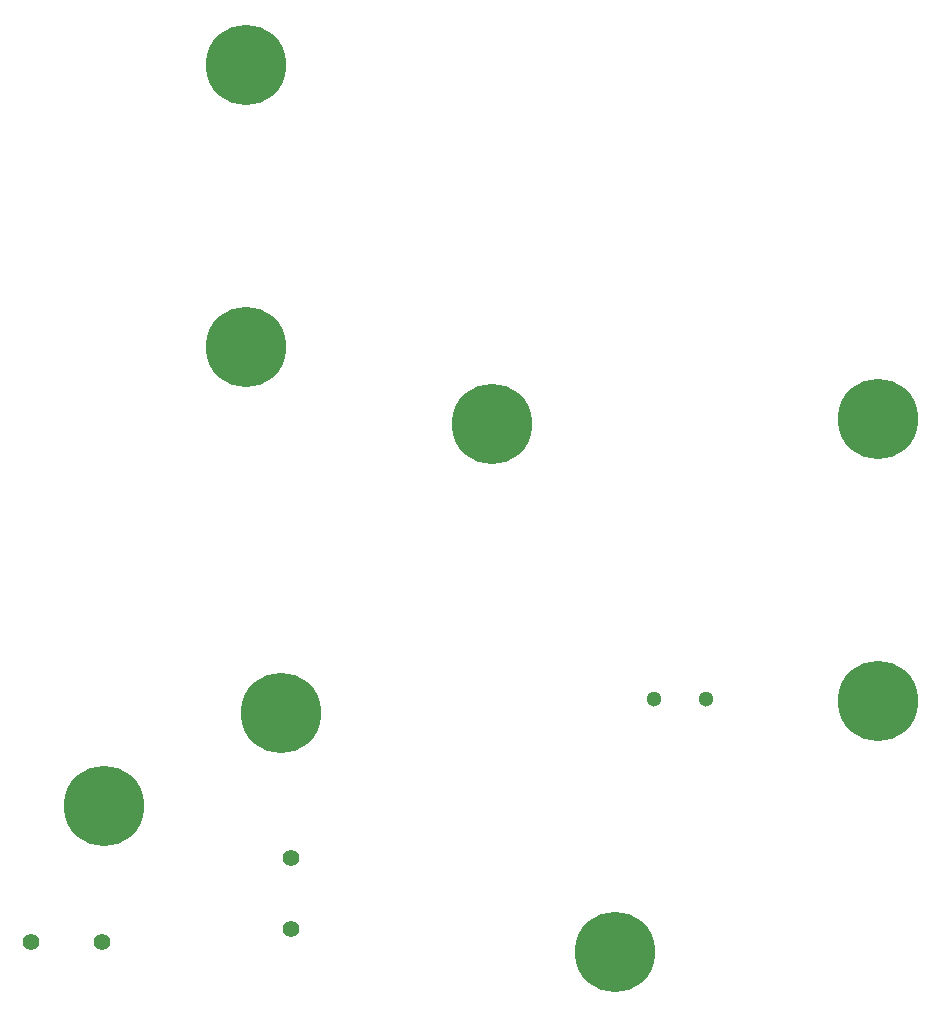
<source format=gbr>
%TF.GenerationSoftware,KiCad,Pcbnew,(5.1.10)-1*%
%TF.CreationDate,2021-10-19T18:18:54+02:00*%
%TF.ProjectId,hard_cam_usb_production,68617264-5f63-4616-9d5f-7573625f7072,rev?*%
%TF.SameCoordinates,Original*%
%TF.FileFunction,Soldermask,Bot*%
%TF.FilePolarity,Negative*%
%FSLAX46Y46*%
G04 Gerber Fmt 4.6, Leading zero omitted, Abs format (unit mm)*
G04 Created by KiCad (PCBNEW (5.1.10)-1) date 2021-10-19 18:18:54*
%MOMM*%
%LPD*%
G01*
G04 APERTURE LIST*
%ADD10C,1.400000*%
%ADD11C,1.300000*%
%ADD12C,1.200000*%
%ADD13C,6.800000*%
G04 APERTURE END LIST*
D10*
%TO.C,J6*%
X172400000Y-222050000D03*
X166400000Y-222050000D03*
%TD*%
D11*
%TO.C,J2*%
X223600000Y-201500000D03*
X219200000Y-201500000D03*
%TD*%
D12*
%TO.C,H1*%
X239797056Y-176102944D03*
X238100000Y-175400000D03*
X236402944Y-176102944D03*
X235700000Y-177800000D03*
X236402944Y-179497056D03*
X238100000Y-180200000D03*
X239797056Y-179497056D03*
X240500000Y-177800000D03*
D13*
X238100000Y-177800000D03*
%TD*%
%TO.C,H2*%
X238100000Y-201700000D03*
D12*
X240500000Y-201700000D03*
X239797056Y-203397056D03*
X238100000Y-204100000D03*
X236402944Y-203397056D03*
X235700000Y-201700000D03*
X236402944Y-200002944D03*
X238100000Y-199300000D03*
X239797056Y-200002944D03*
%TD*%
D10*
%TO.C,J4*%
X188468000Y-221006000D03*
X188468000Y-215006000D03*
%TD*%
D12*
%TO.C,H5*%
X207197056Y-179897056D03*
X207900000Y-178200000D03*
X207197056Y-176502944D03*
X205500000Y-175800000D03*
X203802944Y-176502944D03*
X203100000Y-178200000D03*
X203802944Y-179897056D03*
X205500000Y-180600000D03*
D13*
X205500000Y-178200000D03*
%TD*%
D12*
%TO.C,H6*%
X217597056Y-224597056D03*
X218300000Y-222900000D03*
X217597056Y-221202944D03*
X215900000Y-220500000D03*
X214202944Y-221202944D03*
X213500000Y-222900000D03*
X214202944Y-224597056D03*
X215900000Y-225300000D03*
D13*
X215900000Y-222900000D03*
%TD*%
%TO.C,H8*%
X187600000Y-202700000D03*
D12*
X187600000Y-205100000D03*
X185902944Y-204397056D03*
X185200000Y-202700000D03*
X185902944Y-201002944D03*
X187600000Y-200300000D03*
X189297056Y-201002944D03*
X190000000Y-202700000D03*
X189297056Y-204397056D03*
%TD*%
D13*
%TO.C,H4*%
X184600000Y-171700000D03*
D12*
X187000000Y-171700000D03*
X186297056Y-173397056D03*
X184600000Y-174100000D03*
X182902944Y-173397056D03*
X182200000Y-171700000D03*
X182902944Y-170002944D03*
X184600000Y-169300000D03*
X186297056Y-170002944D03*
%TD*%
D13*
%TO.C,H3*%
X184600000Y-147800000D03*
D12*
X187000000Y-147800000D03*
X186297056Y-149497056D03*
X184600000Y-150200000D03*
X182902944Y-149497056D03*
X182200000Y-147800000D03*
X182902944Y-146102944D03*
X184600000Y-145400000D03*
X186297056Y-146102944D03*
%TD*%
D13*
%TO.C,H7*%
X172600000Y-210600000D03*
D12*
X175000000Y-210600000D03*
X174297056Y-212297056D03*
X172600000Y-213000000D03*
X170902944Y-212297056D03*
X170200000Y-210600000D03*
X170902944Y-208902944D03*
X172600000Y-208200000D03*
X174297056Y-208902944D03*
%TD*%
M02*

</source>
